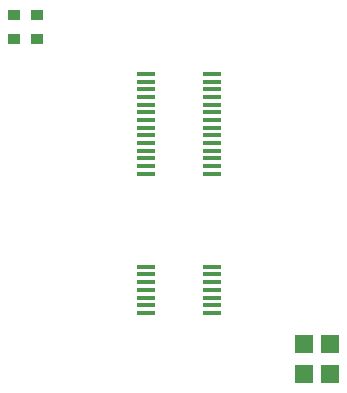
<source format=gbr>
G04 EAGLE Gerber RS-274X export*
G75*
%MOMM*%
%FSLAX34Y34*%
%LPD*%
%INSolderpaste Bottom*%
%IPPOS*%
%AMOC8*
5,1,8,0,0,1.08239X$1,22.5*%
G01*
%ADD10R,1.600000X0.350000*%
%ADD11R,1.000000X0.900000*%
%ADD12R,1.500000X1.600000*%


D10*
X507453Y331419D03*
X507453Y324919D03*
X507453Y318419D03*
X507453Y311919D03*
X507453Y305419D03*
X507453Y298919D03*
X507453Y292419D03*
X507453Y285919D03*
X507453Y279419D03*
X507453Y272919D03*
X507453Y266419D03*
X507453Y259919D03*
X507453Y253419D03*
X507453Y246919D03*
X451453Y331419D03*
X451453Y324919D03*
X451453Y318419D03*
X451453Y311919D03*
X451453Y305419D03*
X451453Y298919D03*
X451453Y292419D03*
X451453Y285919D03*
X451453Y279419D03*
X451453Y272919D03*
X451453Y266419D03*
X451453Y259919D03*
X451453Y253419D03*
X451453Y246919D03*
D11*
X358664Y381728D03*
X358664Y360728D03*
X339664Y381728D03*
X339664Y360728D03*
D10*
X507256Y148626D03*
X451256Y148626D03*
X507256Y155126D03*
X507256Y161626D03*
X507256Y168126D03*
X507256Y142126D03*
X507256Y135626D03*
X507256Y129126D03*
X451256Y155126D03*
X451256Y161626D03*
X451256Y168126D03*
X451256Y142126D03*
X451256Y135626D03*
X451256Y129126D03*
D12*
X584843Y77209D03*
X606843Y77209D03*
X584843Y102609D03*
X606843Y102609D03*
M02*

</source>
